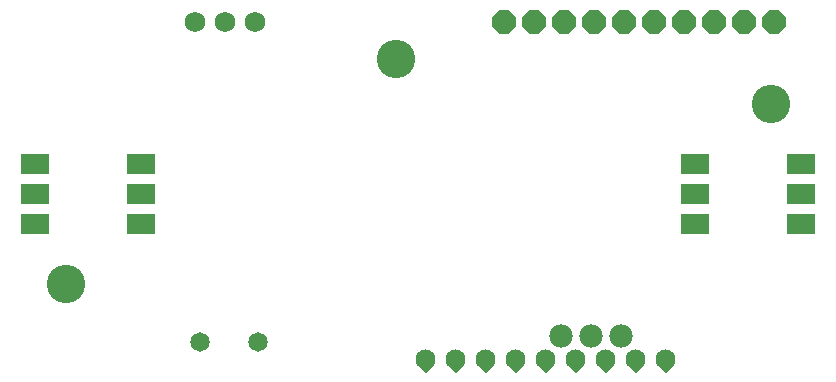
<source format=gbr>
G04 EAGLE Gerber RS-274X export*
G75*
%MOMM*%
%FSLAX34Y34*%
%LPD*%
%INSoldermask Top*%
%IPPOS*%
%AMOC8*
5,1,8,0,0,1.08239X$1,22.5*%
G01*
%ADD10C,3.251200*%
%ADD11C,1.651000*%
%ADD12R,2.489200X1.727200*%
%ADD13C,1.981200*%
%ADD14P,2.144431X8X112.500000*%
%ADD15C,1.727200*%

G36*
X342939Y13830D02*
X342939Y13830D01*
X343042Y13832D01*
X343061Y13839D01*
X343081Y13841D01*
X343176Y13881D01*
X343273Y13917D01*
X343289Y13929D01*
X343307Y13937D01*
X343438Y14042D01*
X348826Y19430D01*
X348842Y19451D01*
X348877Y19485D01*
X349824Y20640D01*
X349836Y20661D01*
X349907Y20764D01*
X350611Y22082D01*
X350619Y22104D01*
X350668Y22219D01*
X351102Y23649D01*
X351105Y23673D01*
X351131Y23795D01*
X351278Y25282D01*
X351276Y25306D01*
X351278Y25431D01*
X351131Y26918D01*
X351125Y26941D01*
X351102Y27064D01*
X350668Y28494D01*
X350658Y28515D01*
X350647Y28543D01*
X350643Y28563D01*
X350632Y28581D01*
X350611Y28631D01*
X349907Y29949D01*
X349893Y29968D01*
X349824Y30073D01*
X348877Y31228D01*
X348859Y31243D01*
X348771Y31333D01*
X347616Y32281D01*
X347596Y32293D01*
X347492Y32364D01*
X346175Y33068D01*
X346152Y33076D01*
X346037Y33125D01*
X344608Y33559D01*
X344584Y33562D01*
X344461Y33588D01*
X342975Y33734D01*
X342951Y33733D01*
X342825Y33734D01*
X341339Y33588D01*
X341316Y33581D01*
X341192Y33559D01*
X339763Y33125D01*
X339742Y33114D01*
X339625Y33068D01*
X338308Y32364D01*
X338289Y32349D01*
X338184Y32281D01*
X337029Y31333D01*
X337013Y31315D01*
X336923Y31228D01*
X335976Y30073D01*
X335964Y30052D01*
X335893Y29949D01*
X335189Y28631D01*
X335181Y28609D01*
X335132Y28494D01*
X334698Y27064D01*
X334695Y27040D01*
X334669Y26918D01*
X334522Y25431D01*
X334524Y25407D01*
X334522Y25282D01*
X334669Y23795D01*
X334675Y23772D01*
X334698Y23649D01*
X335132Y22220D01*
X335142Y22198D01*
X335189Y22082D01*
X335893Y20764D01*
X335907Y20745D01*
X335976Y20640D01*
X336923Y19485D01*
X336943Y19468D01*
X336974Y19430D01*
X342362Y14042D01*
X342378Y14030D01*
X342390Y14015D01*
X342478Y13959D01*
X342561Y13898D01*
X342580Y13893D01*
X342597Y13882D01*
X342698Y13856D01*
X342797Y13826D01*
X342816Y13827D01*
X342836Y13822D01*
X342939Y13830D01*
G37*
G36*
X393739Y13830D02*
X393739Y13830D01*
X393842Y13832D01*
X393861Y13839D01*
X393881Y13841D01*
X393976Y13881D01*
X394073Y13917D01*
X394089Y13929D01*
X394107Y13937D01*
X394238Y14042D01*
X399626Y19430D01*
X399642Y19451D01*
X399677Y19485D01*
X400624Y20640D01*
X400636Y20661D01*
X400707Y20764D01*
X401411Y22082D01*
X401419Y22104D01*
X401468Y22219D01*
X401902Y23649D01*
X401905Y23673D01*
X401931Y23795D01*
X402078Y25282D01*
X402076Y25306D01*
X402078Y25431D01*
X401931Y26918D01*
X401925Y26941D01*
X401902Y27064D01*
X401468Y28494D01*
X401458Y28515D01*
X401447Y28543D01*
X401443Y28563D01*
X401432Y28581D01*
X401411Y28631D01*
X400707Y29949D01*
X400693Y29968D01*
X400624Y30073D01*
X399677Y31228D01*
X399659Y31243D01*
X399571Y31333D01*
X398416Y32281D01*
X398396Y32293D01*
X398292Y32364D01*
X396975Y33068D01*
X396952Y33076D01*
X396837Y33125D01*
X395408Y33559D01*
X395384Y33562D01*
X395261Y33588D01*
X393775Y33734D01*
X393751Y33733D01*
X393625Y33734D01*
X392139Y33588D01*
X392116Y33581D01*
X391992Y33559D01*
X390563Y33125D01*
X390542Y33114D01*
X390425Y33068D01*
X389108Y32364D01*
X389089Y32349D01*
X388984Y32281D01*
X387829Y31333D01*
X387813Y31315D01*
X387723Y31228D01*
X386776Y30073D01*
X386764Y30052D01*
X386693Y29949D01*
X385989Y28631D01*
X385981Y28609D01*
X385932Y28494D01*
X385498Y27064D01*
X385495Y27040D01*
X385469Y26918D01*
X385322Y25431D01*
X385324Y25407D01*
X385322Y25282D01*
X385469Y23795D01*
X385475Y23772D01*
X385498Y23649D01*
X385932Y22220D01*
X385942Y22198D01*
X385989Y22082D01*
X386693Y20764D01*
X386707Y20745D01*
X386776Y20640D01*
X387723Y19485D01*
X387743Y19468D01*
X387774Y19430D01*
X393162Y14042D01*
X393178Y14030D01*
X393190Y14015D01*
X393278Y13959D01*
X393361Y13898D01*
X393380Y13893D01*
X393397Y13882D01*
X393498Y13856D01*
X393597Y13826D01*
X393616Y13827D01*
X393636Y13822D01*
X393739Y13830D01*
G37*
G36*
X368339Y13830D02*
X368339Y13830D01*
X368442Y13832D01*
X368461Y13839D01*
X368481Y13841D01*
X368576Y13881D01*
X368673Y13917D01*
X368689Y13929D01*
X368707Y13937D01*
X368838Y14042D01*
X374226Y19430D01*
X374242Y19451D01*
X374277Y19485D01*
X375224Y20640D01*
X375236Y20661D01*
X375307Y20764D01*
X376011Y22082D01*
X376019Y22104D01*
X376068Y22219D01*
X376502Y23649D01*
X376505Y23673D01*
X376531Y23795D01*
X376678Y25282D01*
X376676Y25306D01*
X376678Y25431D01*
X376531Y26918D01*
X376525Y26941D01*
X376502Y27064D01*
X376068Y28494D01*
X376058Y28515D01*
X376047Y28543D01*
X376043Y28563D01*
X376032Y28581D01*
X376011Y28631D01*
X375307Y29949D01*
X375293Y29968D01*
X375224Y30073D01*
X374277Y31228D01*
X374259Y31243D01*
X374171Y31333D01*
X373016Y32281D01*
X372996Y32293D01*
X372892Y32364D01*
X371575Y33068D01*
X371552Y33076D01*
X371437Y33125D01*
X370008Y33559D01*
X369984Y33562D01*
X369861Y33588D01*
X368375Y33734D01*
X368351Y33733D01*
X368225Y33734D01*
X366739Y33588D01*
X366716Y33581D01*
X366592Y33559D01*
X365163Y33125D01*
X365142Y33114D01*
X365025Y33068D01*
X363708Y32364D01*
X363689Y32349D01*
X363584Y32281D01*
X362429Y31333D01*
X362413Y31315D01*
X362323Y31228D01*
X361376Y30073D01*
X361364Y30052D01*
X361293Y29949D01*
X360589Y28631D01*
X360581Y28609D01*
X360532Y28494D01*
X360098Y27064D01*
X360095Y27040D01*
X360069Y26918D01*
X359922Y25431D01*
X359924Y25407D01*
X359922Y25282D01*
X360069Y23795D01*
X360075Y23772D01*
X360098Y23649D01*
X360532Y22220D01*
X360542Y22198D01*
X360589Y22082D01*
X361293Y20764D01*
X361307Y20745D01*
X361376Y20640D01*
X362323Y19485D01*
X362343Y19468D01*
X362374Y19430D01*
X367762Y14042D01*
X367778Y14030D01*
X367790Y14015D01*
X367878Y13959D01*
X367961Y13898D01*
X367980Y13893D01*
X367997Y13882D01*
X368098Y13856D01*
X368197Y13826D01*
X368216Y13827D01*
X368236Y13822D01*
X368339Y13830D01*
G37*
G36*
X495339Y13830D02*
X495339Y13830D01*
X495442Y13832D01*
X495461Y13839D01*
X495481Y13841D01*
X495576Y13881D01*
X495673Y13917D01*
X495689Y13929D01*
X495707Y13937D01*
X495838Y14042D01*
X501226Y19430D01*
X501242Y19451D01*
X501277Y19485D01*
X502224Y20640D01*
X502236Y20661D01*
X502307Y20764D01*
X503011Y22082D01*
X503019Y22104D01*
X503068Y22219D01*
X503502Y23649D01*
X503505Y23673D01*
X503531Y23795D01*
X503678Y25282D01*
X503676Y25306D01*
X503678Y25431D01*
X503531Y26918D01*
X503525Y26941D01*
X503502Y27064D01*
X503068Y28494D01*
X503058Y28515D01*
X503047Y28543D01*
X503043Y28563D01*
X503032Y28581D01*
X503011Y28631D01*
X502307Y29949D01*
X502293Y29968D01*
X502224Y30073D01*
X501277Y31228D01*
X501259Y31243D01*
X501171Y31333D01*
X500016Y32281D01*
X499996Y32293D01*
X499892Y32364D01*
X498575Y33068D01*
X498552Y33076D01*
X498437Y33125D01*
X497008Y33559D01*
X496984Y33562D01*
X496861Y33588D01*
X495375Y33734D01*
X495351Y33733D01*
X495225Y33734D01*
X493739Y33588D01*
X493716Y33581D01*
X493592Y33559D01*
X492163Y33125D01*
X492142Y33114D01*
X492025Y33068D01*
X490708Y32364D01*
X490689Y32349D01*
X490584Y32281D01*
X489429Y31333D01*
X489413Y31315D01*
X489323Y31228D01*
X488376Y30073D01*
X488364Y30052D01*
X488293Y29949D01*
X487589Y28631D01*
X487581Y28609D01*
X487532Y28494D01*
X487098Y27064D01*
X487095Y27040D01*
X487069Y26918D01*
X486922Y25431D01*
X486924Y25407D01*
X486922Y25282D01*
X487069Y23795D01*
X487075Y23772D01*
X487098Y23649D01*
X487532Y22220D01*
X487542Y22198D01*
X487589Y22082D01*
X488293Y20764D01*
X488307Y20745D01*
X488376Y20640D01*
X489323Y19485D01*
X489343Y19468D01*
X489374Y19430D01*
X494762Y14042D01*
X494778Y14030D01*
X494790Y14015D01*
X494878Y13959D01*
X494961Y13898D01*
X494980Y13893D01*
X494997Y13882D01*
X495098Y13856D01*
X495197Y13826D01*
X495216Y13827D01*
X495236Y13822D01*
X495339Y13830D01*
G37*
G36*
X419139Y13830D02*
X419139Y13830D01*
X419242Y13832D01*
X419261Y13839D01*
X419281Y13841D01*
X419376Y13881D01*
X419473Y13917D01*
X419489Y13929D01*
X419507Y13937D01*
X419638Y14042D01*
X425026Y19430D01*
X425042Y19451D01*
X425077Y19485D01*
X426024Y20640D01*
X426036Y20661D01*
X426107Y20764D01*
X426811Y22082D01*
X426819Y22104D01*
X426868Y22219D01*
X427302Y23649D01*
X427305Y23673D01*
X427331Y23795D01*
X427478Y25282D01*
X427476Y25306D01*
X427478Y25431D01*
X427331Y26918D01*
X427325Y26941D01*
X427302Y27064D01*
X426868Y28494D01*
X426858Y28515D01*
X426847Y28543D01*
X426843Y28563D01*
X426832Y28581D01*
X426811Y28631D01*
X426107Y29949D01*
X426093Y29968D01*
X426024Y30073D01*
X425077Y31228D01*
X425059Y31243D01*
X424971Y31333D01*
X423816Y32281D01*
X423796Y32293D01*
X423692Y32364D01*
X422375Y33068D01*
X422352Y33076D01*
X422237Y33125D01*
X420808Y33559D01*
X420784Y33562D01*
X420661Y33588D01*
X419175Y33734D01*
X419151Y33733D01*
X419025Y33734D01*
X417539Y33588D01*
X417516Y33581D01*
X417392Y33559D01*
X415963Y33125D01*
X415942Y33114D01*
X415825Y33068D01*
X414508Y32364D01*
X414489Y32349D01*
X414384Y32281D01*
X413229Y31333D01*
X413213Y31315D01*
X413123Y31228D01*
X412176Y30073D01*
X412164Y30052D01*
X412093Y29949D01*
X411389Y28631D01*
X411381Y28609D01*
X411332Y28494D01*
X410898Y27064D01*
X410895Y27040D01*
X410869Y26918D01*
X410722Y25431D01*
X410724Y25407D01*
X410722Y25282D01*
X410869Y23795D01*
X410875Y23772D01*
X410898Y23649D01*
X411332Y22220D01*
X411342Y22198D01*
X411389Y22082D01*
X412093Y20764D01*
X412107Y20745D01*
X412176Y20640D01*
X413123Y19485D01*
X413143Y19468D01*
X413174Y19430D01*
X418562Y14042D01*
X418578Y14030D01*
X418590Y14015D01*
X418678Y13959D01*
X418761Y13898D01*
X418780Y13893D01*
X418797Y13882D01*
X418898Y13856D01*
X418997Y13826D01*
X419016Y13827D01*
X419036Y13822D01*
X419139Y13830D01*
G37*
G36*
X469939Y13830D02*
X469939Y13830D01*
X470042Y13832D01*
X470061Y13839D01*
X470081Y13841D01*
X470176Y13881D01*
X470273Y13917D01*
X470289Y13929D01*
X470307Y13937D01*
X470438Y14042D01*
X475826Y19430D01*
X475842Y19451D01*
X475877Y19485D01*
X476824Y20640D01*
X476836Y20661D01*
X476907Y20764D01*
X477611Y22082D01*
X477619Y22104D01*
X477668Y22219D01*
X478102Y23649D01*
X478105Y23673D01*
X478131Y23795D01*
X478278Y25282D01*
X478276Y25306D01*
X478278Y25431D01*
X478131Y26918D01*
X478125Y26941D01*
X478102Y27064D01*
X477668Y28494D01*
X477658Y28515D01*
X477647Y28543D01*
X477643Y28563D01*
X477632Y28581D01*
X477611Y28631D01*
X476907Y29949D01*
X476893Y29968D01*
X476824Y30073D01*
X475877Y31228D01*
X475859Y31243D01*
X475771Y31333D01*
X474616Y32281D01*
X474596Y32293D01*
X474492Y32364D01*
X473175Y33068D01*
X473152Y33076D01*
X473037Y33125D01*
X471608Y33559D01*
X471584Y33562D01*
X471461Y33588D01*
X469975Y33734D01*
X469951Y33733D01*
X469825Y33734D01*
X468339Y33588D01*
X468316Y33581D01*
X468192Y33559D01*
X466763Y33125D01*
X466742Y33114D01*
X466625Y33068D01*
X465308Y32364D01*
X465289Y32349D01*
X465184Y32281D01*
X464029Y31333D01*
X464013Y31315D01*
X463923Y31228D01*
X462976Y30073D01*
X462964Y30052D01*
X462893Y29949D01*
X462189Y28631D01*
X462181Y28609D01*
X462132Y28494D01*
X461698Y27064D01*
X461695Y27040D01*
X461669Y26918D01*
X461522Y25431D01*
X461524Y25407D01*
X461522Y25282D01*
X461669Y23795D01*
X461675Y23772D01*
X461698Y23649D01*
X462132Y22220D01*
X462142Y22198D01*
X462189Y22082D01*
X462893Y20764D01*
X462907Y20745D01*
X462976Y20640D01*
X463923Y19485D01*
X463943Y19468D01*
X463974Y19430D01*
X469362Y14042D01*
X469378Y14030D01*
X469390Y14015D01*
X469478Y13959D01*
X469561Y13898D01*
X469580Y13893D01*
X469597Y13882D01*
X469698Y13856D01*
X469797Y13826D01*
X469816Y13827D01*
X469836Y13822D01*
X469939Y13830D01*
G37*
G36*
X444539Y13830D02*
X444539Y13830D01*
X444642Y13832D01*
X444661Y13839D01*
X444681Y13841D01*
X444776Y13881D01*
X444873Y13917D01*
X444889Y13929D01*
X444907Y13937D01*
X445038Y14042D01*
X450426Y19430D01*
X450442Y19451D01*
X450477Y19485D01*
X451424Y20640D01*
X451436Y20661D01*
X451507Y20764D01*
X452211Y22082D01*
X452219Y22104D01*
X452268Y22219D01*
X452702Y23649D01*
X452705Y23673D01*
X452731Y23795D01*
X452878Y25282D01*
X452876Y25306D01*
X452878Y25431D01*
X452731Y26918D01*
X452725Y26941D01*
X452702Y27064D01*
X452268Y28494D01*
X452258Y28515D01*
X452247Y28543D01*
X452243Y28563D01*
X452232Y28581D01*
X452211Y28631D01*
X451507Y29949D01*
X451493Y29968D01*
X451424Y30073D01*
X450477Y31228D01*
X450459Y31243D01*
X450371Y31333D01*
X449216Y32281D01*
X449196Y32293D01*
X449092Y32364D01*
X447775Y33068D01*
X447752Y33076D01*
X447637Y33125D01*
X446208Y33559D01*
X446184Y33562D01*
X446061Y33588D01*
X444575Y33734D01*
X444551Y33733D01*
X444425Y33734D01*
X442939Y33588D01*
X442916Y33581D01*
X442792Y33559D01*
X441363Y33125D01*
X441342Y33114D01*
X441225Y33068D01*
X439908Y32364D01*
X439889Y32349D01*
X439784Y32281D01*
X438629Y31333D01*
X438613Y31315D01*
X438523Y31228D01*
X437576Y30073D01*
X437564Y30052D01*
X437493Y29949D01*
X436789Y28631D01*
X436781Y28609D01*
X436732Y28494D01*
X436298Y27064D01*
X436295Y27040D01*
X436269Y26918D01*
X436122Y25431D01*
X436124Y25407D01*
X436122Y25282D01*
X436269Y23795D01*
X436275Y23772D01*
X436298Y23649D01*
X436732Y22220D01*
X436742Y22198D01*
X436789Y22082D01*
X437493Y20764D01*
X437507Y20745D01*
X437576Y20640D01*
X438523Y19485D01*
X438543Y19468D01*
X438574Y19430D01*
X443962Y14042D01*
X443978Y14030D01*
X443990Y14015D01*
X444078Y13959D01*
X444161Y13898D01*
X444180Y13893D01*
X444197Y13882D01*
X444298Y13856D01*
X444397Y13826D01*
X444416Y13827D01*
X444436Y13822D01*
X444539Y13830D01*
G37*
G36*
X546139Y13830D02*
X546139Y13830D01*
X546242Y13832D01*
X546261Y13839D01*
X546281Y13841D01*
X546376Y13881D01*
X546473Y13917D01*
X546489Y13929D01*
X546507Y13937D01*
X546638Y14042D01*
X552026Y19430D01*
X552042Y19451D01*
X552077Y19485D01*
X553024Y20640D01*
X553036Y20661D01*
X553107Y20764D01*
X553811Y22082D01*
X553819Y22104D01*
X553868Y22219D01*
X554302Y23649D01*
X554305Y23673D01*
X554331Y23795D01*
X554478Y25282D01*
X554476Y25306D01*
X554478Y25431D01*
X554331Y26918D01*
X554325Y26941D01*
X554302Y27064D01*
X553868Y28494D01*
X553858Y28515D01*
X553847Y28543D01*
X553843Y28563D01*
X553832Y28581D01*
X553811Y28631D01*
X553107Y29949D01*
X553093Y29968D01*
X553024Y30073D01*
X552077Y31228D01*
X552059Y31243D01*
X551971Y31333D01*
X550816Y32281D01*
X550796Y32293D01*
X550692Y32364D01*
X549375Y33068D01*
X549352Y33076D01*
X549237Y33125D01*
X547808Y33559D01*
X547784Y33562D01*
X547661Y33588D01*
X546175Y33734D01*
X546151Y33733D01*
X546025Y33734D01*
X544539Y33588D01*
X544516Y33581D01*
X544392Y33559D01*
X542963Y33125D01*
X542942Y33114D01*
X542825Y33068D01*
X541508Y32364D01*
X541489Y32349D01*
X541384Y32281D01*
X540229Y31333D01*
X540213Y31315D01*
X540123Y31228D01*
X539176Y30073D01*
X539164Y30052D01*
X539093Y29949D01*
X538389Y28631D01*
X538381Y28609D01*
X538332Y28494D01*
X537898Y27064D01*
X537895Y27040D01*
X537869Y26918D01*
X537722Y25431D01*
X537724Y25407D01*
X537722Y25282D01*
X537869Y23795D01*
X537875Y23772D01*
X537898Y23649D01*
X538332Y22220D01*
X538342Y22198D01*
X538389Y22082D01*
X539093Y20764D01*
X539107Y20745D01*
X539176Y20640D01*
X540123Y19485D01*
X540143Y19468D01*
X540174Y19430D01*
X545562Y14042D01*
X545578Y14030D01*
X545590Y14015D01*
X545678Y13959D01*
X545761Y13898D01*
X545780Y13893D01*
X545797Y13882D01*
X545898Y13856D01*
X545997Y13826D01*
X546016Y13827D01*
X546036Y13822D01*
X546139Y13830D01*
G37*
G36*
X520739Y13830D02*
X520739Y13830D01*
X520842Y13832D01*
X520861Y13839D01*
X520881Y13841D01*
X520976Y13881D01*
X521073Y13917D01*
X521089Y13929D01*
X521107Y13937D01*
X521238Y14042D01*
X526626Y19430D01*
X526642Y19451D01*
X526677Y19485D01*
X527624Y20640D01*
X527636Y20661D01*
X527707Y20764D01*
X528411Y22082D01*
X528419Y22104D01*
X528468Y22219D01*
X528902Y23649D01*
X528905Y23673D01*
X528931Y23795D01*
X529078Y25282D01*
X529076Y25306D01*
X529078Y25431D01*
X528931Y26918D01*
X528925Y26941D01*
X528902Y27064D01*
X528468Y28494D01*
X528458Y28515D01*
X528447Y28543D01*
X528443Y28563D01*
X528432Y28581D01*
X528411Y28631D01*
X527707Y29949D01*
X527693Y29968D01*
X527624Y30073D01*
X526677Y31228D01*
X526659Y31243D01*
X526571Y31333D01*
X525416Y32281D01*
X525396Y32293D01*
X525292Y32364D01*
X523975Y33068D01*
X523952Y33076D01*
X523837Y33125D01*
X522408Y33559D01*
X522384Y33562D01*
X522261Y33588D01*
X520775Y33734D01*
X520751Y33733D01*
X520625Y33734D01*
X519139Y33588D01*
X519116Y33581D01*
X518992Y33559D01*
X517563Y33125D01*
X517542Y33114D01*
X517425Y33068D01*
X516108Y32364D01*
X516089Y32349D01*
X515984Y32281D01*
X514829Y31333D01*
X514813Y31315D01*
X514723Y31228D01*
X513776Y30073D01*
X513764Y30052D01*
X513693Y29949D01*
X512989Y28631D01*
X512981Y28609D01*
X512932Y28494D01*
X512498Y27064D01*
X512495Y27040D01*
X512469Y26918D01*
X512322Y25431D01*
X512324Y25407D01*
X512322Y25282D01*
X512469Y23795D01*
X512475Y23772D01*
X512498Y23649D01*
X512932Y22220D01*
X512942Y22198D01*
X512989Y22082D01*
X513693Y20764D01*
X513707Y20745D01*
X513776Y20640D01*
X514723Y19485D01*
X514743Y19468D01*
X514774Y19430D01*
X520162Y14042D01*
X520178Y14030D01*
X520190Y14015D01*
X520278Y13959D01*
X520361Y13898D01*
X520380Y13893D01*
X520397Y13882D01*
X520498Y13856D01*
X520597Y13826D01*
X520616Y13827D01*
X520636Y13822D01*
X520739Y13830D01*
G37*
D10*
X317500Y279400D03*
X38100Y88900D03*
X635000Y241300D03*
D11*
X201422Y40386D03*
X151638Y40386D03*
D12*
X102362Y190500D03*
X102362Y165100D03*
X102362Y139700D03*
X11938Y190500D03*
X11938Y165100D03*
X11938Y139700D03*
X570738Y139700D03*
X570738Y165100D03*
X570738Y190500D03*
X661162Y139700D03*
X661162Y165100D03*
X661162Y190500D03*
D13*
X508000Y45160D03*
X482600Y45160D03*
X457200Y45160D03*
D14*
X408940Y311150D03*
X434340Y311150D03*
X459740Y311150D03*
X485140Y311150D03*
X510540Y311150D03*
X535940Y311150D03*
X561340Y311150D03*
X586740Y311150D03*
X612140Y311150D03*
X637540Y311150D03*
D15*
X198120Y311150D03*
X172720Y311150D03*
X147320Y311150D03*
M02*

</source>
